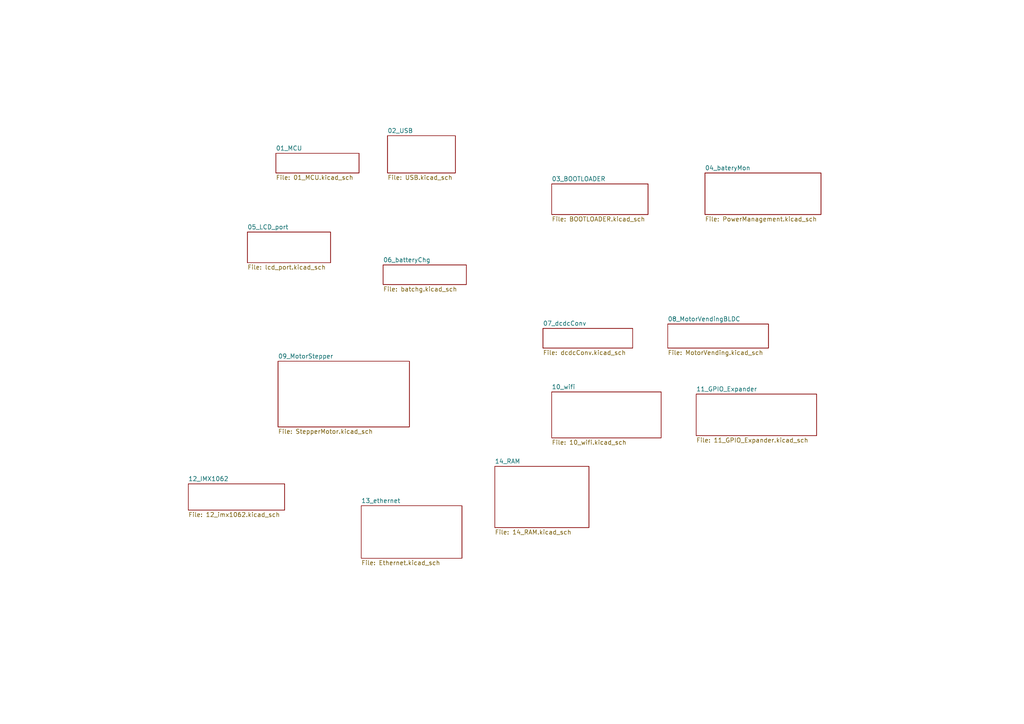
<source format=kicad_sch>
(kicad_sch
	(version 20250114)
	(generator "eeschema")
	(generator_version "9.0")
	(uuid "0db193be-516d-4409-bb62-b8733a9e8874")
	(paper "A4")
	(lib_symbols)
	(sheet
		(at 160.02 113.665)
		(size 31.75 13.335)
		(exclude_from_sim no)
		(in_bom yes)
		(on_board yes)
		(dnp no)
		(fields_autoplaced yes)
		(stroke
			(width 0.1524)
			(type solid)
		)
		(fill
			(color 0 0 0 0.0000)
		)
		(uuid "1395fa6c-ef59-41cc-a4ce-0528bf6ec8b4")
		(property "Sheetname" "10_wifi"
			(at 160.02 112.9534 0)
			(effects
				(font
					(size 1.27 1.27)
				)
				(justify left bottom)
			)
		)
		(property "Sheetfile" "10_wifi.kicad_sch"
			(at 160.02 127.5846 0)
			(effects
				(font
					(size 1.27 1.27)
				)
				(justify left top)
			)
		)
		(instances
			(project "qiot"
				(path "/0db193be-516d-4409-bb62-b8733a9e8874"
					(page "11")
				)
			)
		)
	)
	(sheet
		(at 104.775 146.685)
		(size 29.21 15.24)
		(exclude_from_sim no)
		(in_bom yes)
		(on_board yes)
		(dnp no)
		(fields_autoplaced yes)
		(stroke
			(width 0.1524)
			(type solid)
		)
		(fill
			(color 0 0 0 0.0000)
		)
		(uuid "3ca3f225-8576-4971-bbc8-3859bb89b228")
		(property "Sheetname" "13_ethernet"
			(at 104.775 145.9734 0)
			(effects
				(font
					(size 1.27 1.27)
				)
				(justify left bottom)
			)
		)
		(property "Sheetfile" "Ethernet.kicad_sch"
			(at 104.775 162.5096 0)
			(effects
				(font
					(size 1.27 1.27)
				)
				(justify left top)
			)
		)
		(instances
			(project "qiot"
				(path "/0db193be-516d-4409-bb62-b8733a9e8874"
					(page "14")
				)
			)
		)
	)
	(sheet
		(at 54.61 140.335)
		(size 27.94 7.62)
		(exclude_from_sim no)
		(in_bom yes)
		(on_board yes)
		(dnp no)
		(fields_autoplaced yes)
		(stroke
			(width 0.1524)
			(type solid)
		)
		(fill
			(color 0 0 0 0.0000)
		)
		(uuid "5c0409a4-d8d4-4675-bd37-15876b3a991c")
		(property "Sheetname" "12_IMX1062"
			(at 54.61 139.6234 0)
			(effects
				(font
					(size 1.27 1.27)
				)
				(justify left bottom)
			)
		)
		(property "Sheetfile" "12_imx1062.kicad_sch"
			(at 54.61 148.5396 0)
			(effects
				(font
					(size 1.27 1.27)
				)
				(justify left top)
			)
		)
		(instances
			(project "qiot"
				(path "/0db193be-516d-4409-bb62-b8733a9e8874"
					(page "13")
				)
			)
		)
	)
	(sheet
		(at 80.645 104.775)
		(size 38.1 19.05)
		(exclude_from_sim no)
		(in_bom yes)
		(on_board yes)
		(dnp no)
		(fields_autoplaced yes)
		(stroke
			(width 0.1524)
			(type solid)
		)
		(fill
			(color 0 0 0 0.0000)
		)
		(uuid "5d3cc06b-b6bf-4398-9e90-5df16b901332")
		(property "Sheetname" "09_MotorStepper"
			(at 80.645 104.0634 0)
			(effects
				(font
					(size 1.27 1.27)
				)
				(justify left bottom)
			)
		)
		(property "Sheetfile" "StepperMotor.kicad_sch"
			(at 80.645 124.4096 0)
			(effects
				(font
					(size 1.27 1.27)
				)
				(justify left top)
			)
		)
		(instances
			(project "qiot"
				(path "/0db193be-516d-4409-bb62-b8733a9e8874"
					(page "10")
				)
			)
		)
	)
	(sheet
		(at 204.47 50.165)
		(size 33.655 12.065)
		(exclude_from_sim no)
		(in_bom yes)
		(on_board yes)
		(dnp no)
		(fields_autoplaced yes)
		(stroke
			(width 0.1524)
			(type solid)
		)
		(fill
			(color 0 0 0 0.0000)
		)
		(uuid "60e52cdd-9f1e-4710-9d91-6c82b592f206")
		(property "Sheetname" "04_bateryMon"
			(at 204.47 49.4534 0)
			(effects
				(font
					(size 1.27 1.27)
				)
				(justify left bottom)
			)
		)
		(property "Sheetfile" "PowerManagement.kicad_sch"
			(at 204.47 62.8146 0)
			(effects
				(font
					(size 1.27 1.27)
				)
				(justify left top)
			)
		)
		(instances
			(project "qiot"
				(path "/0db193be-516d-4409-bb62-b8733a9e8874"
					(page "5")
				)
			)
		)
	)
	(sheet
		(at 157.48 95.25)
		(size 26.035 5.715)
		(exclude_from_sim no)
		(in_bom yes)
		(on_board yes)
		(dnp no)
		(fields_autoplaced yes)
		(stroke
			(width 0.1524)
			(type solid)
		)
		(fill
			(color 0 0 0 0.0000)
		)
		(uuid "65f7929d-7798-4764-abd1-5709ade91827")
		(property "Sheetname" "07_dcdcConv"
			(at 157.48 94.5384 0)
			(effects
				(font
					(size 1.27 1.27)
				)
				(justify left bottom)
			)
		)
		(property "Sheetfile" "dcdcConv.kicad_sch"
			(at 157.48 101.5496 0)
			(effects
				(font
					(size 1.27 1.27)
				)
				(justify left top)
			)
		)
		(instances
			(project "qiot"
				(path "/0db193be-516d-4409-bb62-b8733a9e8874"
					(page "8")
				)
			)
		)
	)
	(sheet
		(at 160.02 53.34)
		(size 27.94 8.89)
		(exclude_from_sim no)
		(in_bom yes)
		(on_board yes)
		(dnp no)
		(fields_autoplaced yes)
		(stroke
			(width 0.1524)
			(type solid)
		)
		(fill
			(color 0 0 0 0.0000)
		)
		(uuid "6b8706aa-95a0-44e7-8084-b28dada877a6")
		(property "Sheetname" "03_BOOTLOADER"
			(at 160.02 52.6284 0)
			(effects
				(font
					(size 1.27 1.27)
				)
				(justify left bottom)
			)
		)
		(property "Sheetfile" "BOOTLOADER.kicad_sch"
			(at 160.02 62.8146 0)
			(effects
				(font
					(size 1.27 1.27)
				)
				(justify left top)
			)
		)
		(instances
			(project "qiot"
				(path "/0db193be-516d-4409-bb62-b8733a9e8874"
					(page "4")
				)
			)
		)
	)
	(sheet
		(at 193.675 93.98)
		(size 29.21 6.985)
		(exclude_from_sim no)
		(in_bom yes)
		(on_board yes)
		(dnp no)
		(fields_autoplaced yes)
		(stroke
			(width 0.1524)
			(type solid)
		)
		(fill
			(color 0 0 0 0.0000)
		)
		(uuid "9f2d1a23-21ff-4625-9779-00d58ea839de")
		(property "Sheetname" "08_MotorVendingBLDC"
			(at 193.675 93.2684 0)
			(effects
				(font
					(size 1.27 1.27)
				)
				(justify left bottom)
			)
		)
		(property "Sheetfile" "MotorVending.kicad_sch"
			(at 193.675 101.5496 0)
			(effects
				(font
					(size 1.27 1.27)
				)
				(justify left top)
			)
		)
		(instances
			(project "qiot"
				(path "/0db193be-516d-4409-bb62-b8733a9e8874"
					(page "9")
				)
			)
		)
	)
	(sheet
		(at 71.755 67.31)
		(size 24.13 8.89)
		(exclude_from_sim no)
		(in_bom yes)
		(on_board yes)
		(dnp no)
		(fields_autoplaced yes)
		(stroke
			(width 0.1524)
			(type solid)
		)
		(fill
			(color 0 0 0 0.0000)
		)
		(uuid "acf1c912-3329-4b6f-9e80-11dbc1fdd98d")
		(property "Sheetname" "05_LCD_port"
			(at 71.755 66.5984 0)
			(effects
				(font
					(size 1.27 1.27)
				)
				(justify left bottom)
			)
		)
		(property "Sheetfile" "lcd_port.kicad_sch"
			(at 71.755 76.7846 0)
			(effects
				(font
					(size 1.27 1.27)
				)
				(justify left top)
			)
		)
		(instances
			(project "qiot"
				(path "/0db193be-516d-4409-bb62-b8733a9e8874"
					(page "6")
				)
			)
		)
	)
	(sheet
		(at 80.01 44.45)
		(size 24.13 5.715)
		(exclude_from_sim no)
		(in_bom yes)
		(on_board yes)
		(dnp no)
		(fields_autoplaced yes)
		(stroke
			(width 0.1524)
			(type solid)
		)
		(fill
			(color 0 0 0 0.0000)
		)
		(uuid "b582670a-318c-4850-9ac1-cd19a05caafa")
		(property "Sheetname" "01_MCU"
			(at 80.01 43.7384 0)
			(effects
				(font
					(size 1.27 1.27)
				)
				(justify left bottom)
			)
		)
		(property "Sheetfile" "01_MCU.kicad_sch"
			(at 80.01 50.7496 0)
			(effects
				(font
					(size 1.27 1.27)
				)
				(justify left top)
			)
		)
		(instances
			(project "qiot"
				(path "/0db193be-516d-4409-bb62-b8733a9e8874"
					(page "2")
				)
			)
		)
	)
	(sheet
		(at 111.125 76.835)
		(size 24.13 5.715)
		(exclude_from_sim no)
		(in_bom yes)
		(on_board yes)
		(dnp no)
		(fields_autoplaced yes)
		(stroke
			(width 0.1524)
			(type solid)
		)
		(fill
			(color 0 0 0 0.0000)
		)
		(uuid "b821f11b-e956-4fb1-8b7f-25db230f4b78")
		(property "Sheetname" "06_batteryChg"
			(at 111.125 76.1234 0)
			(effects
				(font
					(size 1.27 1.27)
				)
				(justify left bottom)
			)
		)
		(property "Sheetfile" "batchg.kicad_sch"
			(at 111.125 83.1346 0)
			(effects
				(font
					(size 1.27 1.27)
				)
				(justify left top)
			)
		)
		(instances
			(project "qiot"
				(path "/0db193be-516d-4409-bb62-b8733a9e8874"
					(page "7")
				)
			)
		)
	)
	(sheet
		(at 143.51 135.255)
		(size 27.305 17.78)
		(exclude_from_sim no)
		(in_bom yes)
		(on_board yes)
		(dnp no)
		(fields_autoplaced yes)
		(stroke
			(width 0.1524)
			(type solid)
		)
		(fill
			(color 0 0 0 0.0000)
		)
		(uuid "c0c717b1-433e-4d51-bf9e-509a30b11895")
		(property "Sheetname" "14_RAM"
			(at 143.51 134.5434 0)
			(effects
				(font
					(size 1.27 1.27)
				)
				(justify left bottom)
			)
		)
		(property "Sheetfile" "14_RAM.kicad_sch"
			(at 143.51 153.6196 0)
			(effects
				(font
					(size 1.27 1.27)
				)
				(justify left top)
			)
		)
		(instances
			(project "qiot"
				(path "/0db193be-516d-4409-bb62-b8733a9e8874"
					(page "15")
				)
			)
		)
	)
	(sheet
		(at 201.93 114.3)
		(size 34.925 12.065)
		(exclude_from_sim no)
		(in_bom yes)
		(on_board yes)
		(dnp no)
		(fields_autoplaced yes)
		(stroke
			(width 0.1524)
			(type solid)
		)
		(fill
			(color 0 0 0 0.0000)
		)
		(uuid "ea7bcb6b-3454-456d-bab5-9b7d764b6981")
		(property "Sheetname" "11_GPIO_Expander"
			(at 201.93 113.5884 0)
			(effects
				(font
					(size 1.27 1.27)
				)
				(justify left bottom)
			)
		)
		(property "Sheetfile" "11_GPIO_Expander.kicad_sch"
			(at 201.93 126.9496 0)
			(effects
				(font
					(size 1.27 1.27)
				)
				(justify left top)
			)
		)
		(instances
			(project "qiot"
				(path "/0db193be-516d-4409-bb62-b8733a9e8874"
					(page "12")
				)
			)
		)
	)
	(sheet
		(at 112.395 39.37)
		(size 19.685 10.795)
		(exclude_from_sim no)
		(in_bom yes)
		(on_board yes)
		(dnp no)
		(fields_autoplaced yes)
		(stroke
			(width 0.1524)
			(type solid)
		)
		(fill
			(color 0 0 0 0.0000)
		)
		(uuid "f4846062-ac0f-4986-a89d-c6773e9df925")
		(property "Sheetname" "02_USB"
			(at 112.395 38.6584 0)
			(effects
				(font
					(size 1.27 1.27)
				)
				(justify left bottom)
			)
		)
		(property "Sheetfile" "USB.kicad_sch"
			(at 112.395 50.7496 0)
			(effects
				(font
					(size 1.27 1.27)
				)
				(justify left top)
			)
		)
		(instances
			(project "qiot"
				(path "/0db193be-516d-4409-bb62-b8733a9e8874"
					(page "3")
				)
			)
		)
	)
	(sheet_instances
		(path "/"
			(page "1")
		)
	)
	(embedded_fonts no)
)

</source>
